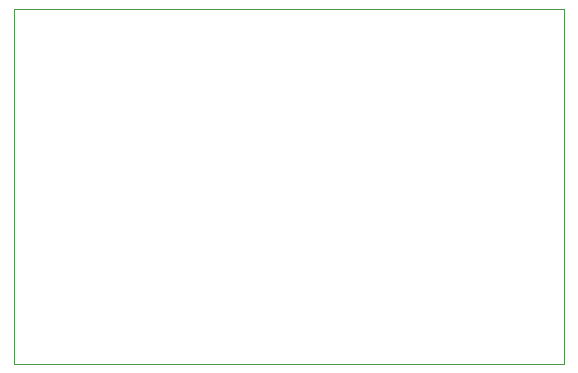
<source format=gbr>
G04 PROTEUS GERBER X2 FILE*
%TF.GenerationSoftware,Labcenter,Proteus,8.17-SP2-Build37159*%
%TF.CreationDate,2024-06-30T12:35:40+00:00*%
%TF.FileFunction,NonPlated,1,2,NPTH*%
%TF.FilePolarity,Positive*%
%TF.Part,Single*%
%TF.SameCoordinates,{19548e37-bc0f-4651-8564-f809119557b0}*%
%FSLAX45Y45*%
%MOMM*%
G01*
%TA.AperFunction,Profile*%
%ADD17C,0.101600*%
%TD.AperFunction*%
D17*
X-14850000Y+9550000D02*
X-10200000Y+9550000D01*
X-10200000Y+12550000D01*
X-14850000Y+12550000D01*
X-14850000Y+9550000D01*
M02*

</source>
